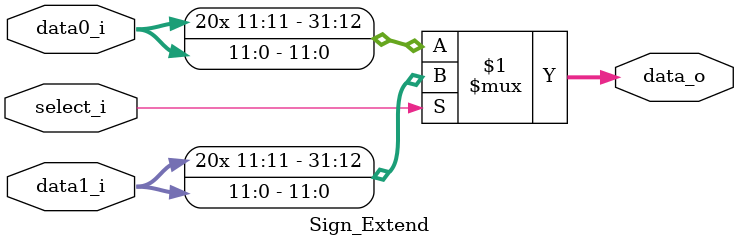
<source format=v>
`timescale 1ns / 1ps


module Sign_Extend(
    select_i,
    data0_i,
    data1_i,
    data_o     
);
input [11:0] data0_i,data1_i;
input select_i;
output[31:0] data_o;

assign data_o = (select_i)? {{20{data1_i[11]}},data1_i} : {{20{data0_i[11]}},data0_i} ; 

endmodule
</source>
